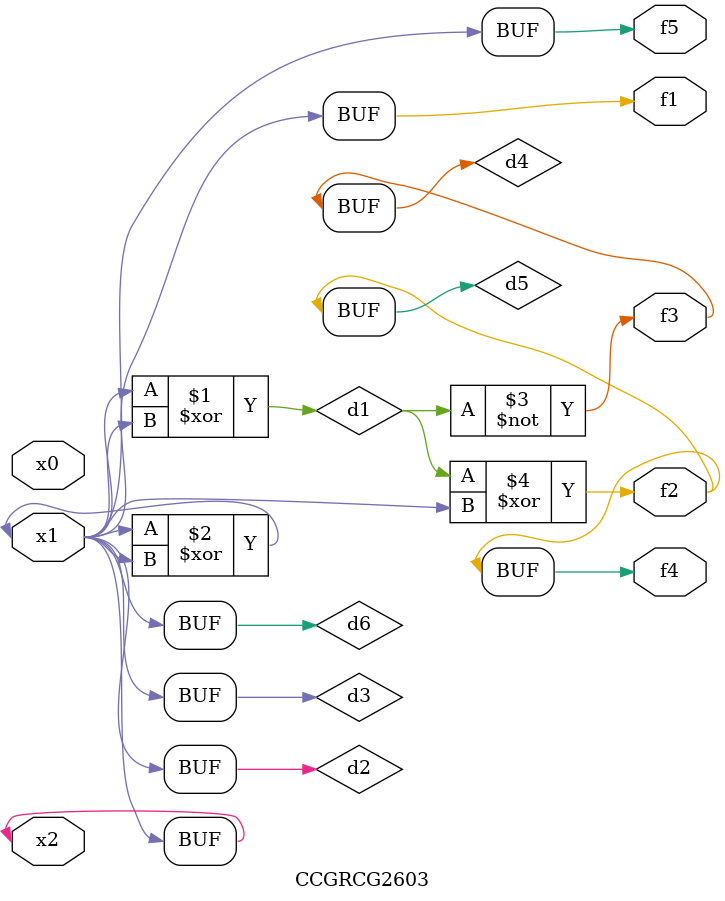
<source format=v>
module CCGRCG2603(
	input x0, x1, x2,
	output f1, f2, f3, f4, f5
);

	wire d1, d2, d3, d4, d5, d6;

	xor (d1, x1, x2);
	buf (d2, x1, x2);
	xor (d3, x1, x2);
	nor (d4, d1);
	xor (d5, d1, d2);
	buf (d6, d2, d3);
	assign f1 = d6;
	assign f2 = d5;
	assign f3 = d4;
	assign f4 = d5;
	assign f5 = d6;
endmodule

</source>
